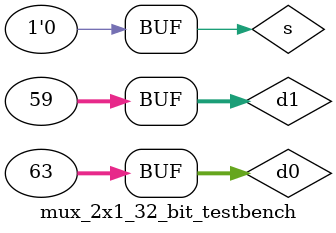
<source format=v>
`define DELAY 20
module mux_2x1_32_bit_testbench();
reg[31:0]d0;
reg[31:0]d1;
reg s;

wire [31:0]outp;

mux_2x1_32_bit result(outp,d0,d1,s);

initial begin
d0=32'b00000000000000000000000000000011; d1=32'b00000000000000000000000000000001; s=1'b1;
#`DELAY;
d0=32'b00000000000000000000000000000010; d1=32'b0100000000000000000000000000001; s=1'b0;
#`DELAY;
d0=32'b11111111111111111111111111111111; d1=32'b11111111111111111111111111111111; s=1'b0;
#`DELAY;
d0=32'b01111111111111111111111111111111; d1=32'b0000000000000000000000000000001; s=1'b1;
#`DELAY;
d0=32'b00000000000000000000000000111111; d1=32'b0000000000000000000000000111011; s=1'b0;
end
initial begin
$monitor("time=%2d, d0=%32b, d1=%32b, s=%1b, output=%32b",$time,d0,d1,s,outp);
end

endmodule
</source>
